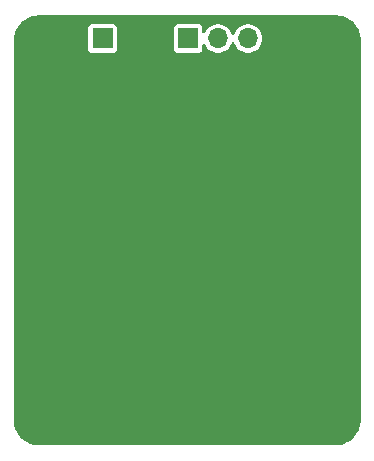
<source format=gbr>
%TF.GenerationSoftware,KiCad,Pcbnew,7.0.5-1.fc38*%
%TF.CreationDate,2023-06-22T15:58:46+02:00*%
%TF.ProjectId,tr_switch,74725f73-7769-4746-9368-2e6b69636164,1*%
%TF.SameCoordinates,Original*%
%TF.FileFunction,Copper,L2,Bot*%
%TF.FilePolarity,Positive*%
%FSLAX46Y46*%
G04 Gerber Fmt 4.6, Leading zero omitted, Abs format (unit mm)*
G04 Created by KiCad (PCBNEW 7.0.5-1.fc38) date 2023-06-22 15:58:46*
%MOMM*%
%LPD*%
G01*
G04 APERTURE LIST*
%TA.AperFunction,ComponentPad*%
%ADD10R,2.030000X2.030000*%
%TD*%
%TA.AperFunction,ComponentPad*%
%ADD11R,1.700000X1.700000*%
%TD*%
%TA.AperFunction,ComponentPad*%
%ADD12O,1.700000X1.700000*%
%TD*%
%TA.AperFunction,SMDPad,CuDef*%
%ADD13R,5.080000X2.420000*%
%TD*%
%TA.AperFunction,SMDPad,CuDef*%
%ADD14R,0.950000X0.460000*%
%TD*%
%TA.AperFunction,ComponentPad*%
%ADD15C,0.970000*%
%TD*%
%TA.AperFunction,ComponentPad*%
%ADD16C,0.700000*%
%TD*%
%TA.AperFunction,ComponentPad*%
%ADD17C,4.400000*%
%TD*%
%TA.AperFunction,SMDPad,CuDef*%
%ADD18R,0.460000X0.950000*%
%TD*%
%TA.AperFunction,SMDPad,CuDef*%
%ADD19R,2.420000X5.080000*%
%TD*%
%TA.AperFunction,ViaPad*%
%ADD20C,0.800000*%
%TD*%
G04 APERTURE END LIST*
D10*
%TO.P,U2,21,GND*%
%TO.N,GND*%
X15000000Y-21500000D03*
%TD*%
D11*
%TO.P,J5,1,Pin_1*%
%TO.N,+5V*%
X15066666Y-2250000D03*
D12*
%TO.P,J5,2,Pin_2*%
%TO.N,Net-(J5-Pin_2)*%
X17606666Y-2250000D03*
%TO.P,J5,3,Pin_3*%
%TO.N,Net-(J5-Pin_3)*%
X20146666Y-2250000D03*
%TO.P,J5,4,Pin_4*%
%TO.N,GND*%
X22686666Y-2250000D03*
%TD*%
D13*
%TO.P,J1,2,Ext*%
%TO.N,GND*%
X2870000Y-17120000D03*
X2870000Y-25880000D03*
D14*
X5860000Y-17120000D03*
X5860000Y-25880000D03*
D15*
X6310000Y-17120000D03*
X6310000Y-25880000D03*
%TD*%
D16*
%TO.P,H2,1,1*%
%TO.N,GND*%
X29140000Y-2510000D03*
X28656726Y-3676726D03*
X28656726Y-1343274D03*
X27490000Y-4160000D03*
D17*
X27490000Y-2510000D03*
D16*
X27490000Y-860000D03*
X26323274Y-3676726D03*
X26323274Y-1343274D03*
X25840000Y-2510000D03*
%TD*%
D12*
%TO.P,J4,2,Pin_2*%
%TO.N,GND*%
X10373333Y-2250000D03*
D11*
%TO.P,J4,1,Pin_1*%
%TO.N,VDD*%
X7833333Y-2250000D03*
%TD*%
D16*
%TO.P,H4,1,1*%
%TO.N,GND*%
X25840000Y-34490000D03*
X26323274Y-33323274D03*
X26323274Y-35656726D03*
X27490000Y-32840000D03*
D17*
X27490000Y-34490000D03*
D16*
X27490000Y-36140000D03*
X28656726Y-33323274D03*
X28656726Y-35656726D03*
X29140000Y-34490000D03*
%TD*%
%TO.P,H3,1,1*%
%TO.N,GND*%
X860000Y-34480000D03*
X1343274Y-33313274D03*
X1343274Y-35646726D03*
X2510000Y-32830000D03*
D17*
X2510000Y-34480000D03*
D16*
X2510000Y-36130000D03*
X3676726Y-33313274D03*
X3676726Y-35646726D03*
X4160000Y-34480000D03*
%TD*%
D15*
%TO.P,J2,2,Ext*%
%TO.N,GND*%
X23690000Y-17120000D03*
X23690000Y-25880000D03*
D14*
X24140000Y-17120000D03*
X24140000Y-25880000D03*
D13*
X27130000Y-17120000D03*
X27130000Y-25880000D03*
%TD*%
D16*
%TO.P,H1,1,1*%
%TO.N,GND*%
X870000Y-2510000D03*
X1353274Y-1343274D03*
X1353274Y-3676726D03*
X2520000Y-860000D03*
D17*
X2520000Y-2510000D03*
D16*
X2520000Y-4160000D03*
X3686726Y-1343274D03*
X3686726Y-3676726D03*
X4170000Y-2510000D03*
%TD*%
D15*
%TO.P,J3,2,Ext*%
%TO.N,GND*%
X19380000Y-30690000D03*
X10620000Y-30690000D03*
D18*
X19380000Y-31140000D03*
X10620000Y-31140000D03*
D19*
X19380000Y-34130000D03*
X10620000Y-34130000D03*
%TD*%
D20*
%TO.N,GND*%
X5000000Y-1000000D03*
X25000000Y-1000000D03*
X1000000Y-7000000D03*
X1000000Y-12500000D03*
X1000000Y-27500000D03*
X7500000Y-36000000D03*
X22500000Y-36000000D03*
X29000000Y-27500000D03*
X29000000Y-12500000D03*
X29000000Y-7500000D03*
X10000000Y-5000000D03*
X25000000Y-36000000D03*
X5000000Y-36000000D03*
X1000000Y-30000000D03*
X29000000Y-30000000D03*
X29000000Y-15000000D03*
X1000000Y-15000000D03*
X1000000Y-10000000D03*
X1000000Y-5000000D03*
X29000000Y-10000000D03*
X29000000Y-5000000D03*
X25000000Y-30000000D03*
X5000000Y-30000000D03*
X10000000Y-25000000D03*
X20000000Y-25000000D03*
X5000000Y-10000000D03*
X5000000Y-15000000D03*
X15000000Y-5000000D03*
X15000000Y-10000000D03*
X20000000Y-15000000D03*
X25000000Y-15000000D03*
X25000000Y-10000000D03*
X25000000Y-5000000D03*
X20000000Y-10000000D03*
X20000000Y-5000000D03*
X12100000Y-20250000D03*
X16300000Y-24450000D03*
X13700000Y-24450000D03*
X12100000Y-22800000D03*
X17900000Y-20200000D03*
X17900000Y-22800000D03*
X20187500Y-23000000D03*
X21375000Y-23000000D03*
X22562500Y-23000000D03*
X19000000Y-23000000D03*
X23400000Y-23400000D03*
X22562500Y-20000000D03*
X21375000Y-20000000D03*
X20187500Y-20000000D03*
X23400000Y-19600000D03*
X19000000Y-20000000D03*
X7437500Y-23000000D03*
X8625000Y-23000000D03*
X9812500Y-23000000D03*
X6600000Y-23400000D03*
X11000000Y-23000000D03*
X9812500Y-20000000D03*
X8625000Y-20000000D03*
X7437500Y-20000000D03*
X11000000Y-20000000D03*
X6600000Y-19600000D03*
X16500000Y-29062500D03*
X16500000Y-27875000D03*
X16500000Y-26687500D03*
X16800000Y-30250000D03*
X16500000Y-25500000D03*
X13500000Y-26687500D03*
X13500000Y-27875000D03*
X13500000Y-29062500D03*
X13500000Y-25500000D03*
X13200000Y-30250000D03*
%TD*%
%TA.AperFunction,Conductor*%
%TO.N,GND*%
G36*
X27501866Y-300613D02*
G01*
X27557200Y-303960D01*
X27761382Y-316310D01*
X27768814Y-317214D01*
X28022693Y-363738D01*
X28029957Y-365529D01*
X28276378Y-442318D01*
X28283371Y-444971D01*
X28518736Y-550899D01*
X28525371Y-554382D01*
X28746245Y-687905D01*
X28752413Y-692162D01*
X28955586Y-851338D01*
X28961186Y-856299D01*
X29143699Y-1038812D01*
X29148661Y-1044413D01*
X29307837Y-1247586D01*
X29312094Y-1253754D01*
X29445617Y-1474628D01*
X29449100Y-1481263D01*
X29555028Y-1716628D01*
X29557686Y-1723634D01*
X29634469Y-1970039D01*
X29636263Y-1977315D01*
X29682785Y-2231185D01*
X29683689Y-2238624D01*
X29699387Y-2498132D01*
X29699500Y-2501877D01*
X29699500Y-34498122D01*
X29699387Y-34501867D01*
X29683689Y-34761375D01*
X29682785Y-34768814D01*
X29636263Y-35022684D01*
X29634469Y-35029960D01*
X29557686Y-35276365D01*
X29555028Y-35283371D01*
X29449100Y-35518736D01*
X29445617Y-35525371D01*
X29312094Y-35746245D01*
X29307837Y-35752413D01*
X29148661Y-35955586D01*
X29143692Y-35961195D01*
X28961195Y-36143692D01*
X28955586Y-36148661D01*
X28752413Y-36307837D01*
X28746245Y-36312094D01*
X28525371Y-36445617D01*
X28518736Y-36449100D01*
X28283371Y-36555028D01*
X28276365Y-36557686D01*
X28029960Y-36634469D01*
X28022684Y-36636263D01*
X27768814Y-36682785D01*
X27761375Y-36683689D01*
X27501867Y-36699387D01*
X27498122Y-36699500D01*
X2501878Y-36699500D01*
X2498133Y-36699387D01*
X2238624Y-36683689D01*
X2231185Y-36682785D01*
X1977315Y-36636263D01*
X1970039Y-36634469D01*
X1797448Y-36580687D01*
X1723630Y-36557684D01*
X1716628Y-36555028D01*
X1481263Y-36449100D01*
X1474628Y-36445617D01*
X1253754Y-36312094D01*
X1247586Y-36307837D01*
X1044413Y-36148661D01*
X1038812Y-36143699D01*
X856299Y-35961186D01*
X851338Y-35955586D01*
X773935Y-35856789D01*
X692161Y-35752411D01*
X687905Y-35746245D01*
X554382Y-35525371D01*
X550899Y-35518736D01*
X444971Y-35283371D01*
X442318Y-35276378D01*
X365529Y-35029957D01*
X363738Y-35022693D01*
X317214Y-34768814D01*
X316310Y-34761375D01*
X300613Y-34501866D01*
X300500Y-34498122D01*
X300500Y-3133824D01*
X6626933Y-3133824D01*
X6634502Y-3185780D01*
X6637026Y-3203102D01*
X6689267Y-3309960D01*
X6689268Y-3309962D01*
X6773370Y-3394064D01*
X6773372Y-3394065D01*
X6880230Y-3446306D01*
X6880231Y-3446306D01*
X6880233Y-3446307D01*
X6949509Y-3456400D01*
X6949515Y-3456400D01*
X8717151Y-3456400D01*
X8717157Y-3456400D01*
X8786433Y-3446307D01*
X8893292Y-3394066D01*
X8893293Y-3394065D01*
X8893295Y-3394064D01*
X8977397Y-3309962D01*
X8977398Y-3309960D01*
X8977398Y-3309959D01*
X8977399Y-3309959D01*
X9029640Y-3203100D01*
X9039733Y-3133824D01*
X13860266Y-3133824D01*
X13867835Y-3185780D01*
X13870359Y-3203102D01*
X13922600Y-3309960D01*
X14006705Y-3394065D01*
X14113563Y-3446306D01*
X14113564Y-3446306D01*
X14113566Y-3446307D01*
X14182842Y-3456400D01*
X14182848Y-3456400D01*
X15950484Y-3456400D01*
X15950490Y-3456400D01*
X16019766Y-3446307D01*
X16126625Y-3394066D01*
X16126626Y-3394065D01*
X16126628Y-3394064D01*
X16210730Y-3309962D01*
X16210731Y-3309960D01*
X16210730Y-3309960D01*
X16210732Y-3309959D01*
X16262973Y-3203100D01*
X16273066Y-3133824D01*
X16273066Y-2805507D01*
X16292751Y-2738468D01*
X16345555Y-2692713D01*
X16414713Y-2682769D01*
X16478269Y-2711794D01*
X16508066Y-2750235D01*
X16576566Y-2887802D01*
X16576571Y-2887810D01*
X16711307Y-3066230D01*
X16876532Y-3216851D01*
X16876534Y-3216853D01*
X17066620Y-3334549D01*
X17066622Y-3334550D01*
X17066624Y-3334551D01*
X17275105Y-3415317D01*
X17494877Y-3456400D01*
X17494879Y-3456400D01*
X17718453Y-3456400D01*
X17718455Y-3456400D01*
X17938227Y-3415317D01*
X18146708Y-3334551D01*
X18336799Y-3216852D01*
X18502026Y-3066228D01*
X18636762Y-2887808D01*
X18736420Y-2687669D01*
X18757399Y-2613933D01*
X18794678Y-2554840D01*
X18857988Y-2525282D01*
X18927227Y-2534644D01*
X18980414Y-2579953D01*
X18995933Y-2613934D01*
X19016912Y-2687671D01*
X19116566Y-2887802D01*
X19116571Y-2887810D01*
X19251307Y-3066230D01*
X19416532Y-3216851D01*
X19416534Y-3216853D01*
X19606620Y-3334549D01*
X19606622Y-3334550D01*
X19606624Y-3334551D01*
X19815105Y-3415317D01*
X20034877Y-3456400D01*
X20034879Y-3456400D01*
X20258453Y-3456400D01*
X20258455Y-3456400D01*
X20478227Y-3415317D01*
X20686708Y-3334551D01*
X20876799Y-3216852D01*
X21042026Y-3066228D01*
X21176762Y-2887808D01*
X21276420Y-2687669D01*
X21337605Y-2472625D01*
X21358234Y-2250000D01*
X21337605Y-2027375D01*
X21276420Y-1812331D01*
X21230468Y-1720047D01*
X21176765Y-1612197D01*
X21176760Y-1612189D01*
X21042024Y-1433769D01*
X20876799Y-1283148D01*
X20876797Y-1283146D01*
X20686711Y-1165450D01*
X20686702Y-1165446D01*
X20530347Y-1104874D01*
X20478227Y-1084683D01*
X20258455Y-1043600D01*
X20034877Y-1043600D01*
X19815105Y-1084683D01*
X19815102Y-1084683D01*
X19815102Y-1084684D01*
X19606629Y-1165446D01*
X19606620Y-1165450D01*
X19416534Y-1283146D01*
X19416532Y-1283148D01*
X19251307Y-1433769D01*
X19116571Y-1612189D01*
X19116566Y-1612197D01*
X19016912Y-1812329D01*
X19016910Y-1812333D01*
X18995931Y-1886067D01*
X18958651Y-1945160D01*
X18895341Y-1974717D01*
X18826102Y-1965355D01*
X18772916Y-1920044D01*
X18757399Y-1886068D01*
X18736420Y-1812331D01*
X18690468Y-1720047D01*
X18636765Y-1612197D01*
X18636760Y-1612189D01*
X18502024Y-1433769D01*
X18336799Y-1283148D01*
X18336797Y-1283146D01*
X18146711Y-1165450D01*
X18146702Y-1165446D01*
X17990347Y-1104874D01*
X17938227Y-1084683D01*
X17718455Y-1043600D01*
X17494877Y-1043600D01*
X17275105Y-1084683D01*
X17275102Y-1084683D01*
X17275102Y-1084684D01*
X17066629Y-1165446D01*
X17066620Y-1165450D01*
X16876534Y-1283146D01*
X16876532Y-1283148D01*
X16711307Y-1433769D01*
X16576571Y-1612189D01*
X16576566Y-1612197D01*
X16508066Y-1749764D01*
X16460563Y-1801001D01*
X16392900Y-1818422D01*
X16326560Y-1796496D01*
X16282605Y-1742185D01*
X16273066Y-1694492D01*
X16273066Y-1366181D01*
X16273066Y-1366180D01*
X16273066Y-1366176D01*
X16262973Y-1296900D01*
X16238864Y-1247586D01*
X16210731Y-1190039D01*
X16126626Y-1105934D01*
X16019768Y-1053693D01*
X16002446Y-1051169D01*
X15950490Y-1043600D01*
X14182842Y-1043600D01*
X14136658Y-1050328D01*
X14113563Y-1053693D01*
X14006705Y-1105934D01*
X14006704Y-1105936D01*
X13922602Y-1190038D01*
X13922600Y-1190039D01*
X13870359Y-1296897D01*
X13870359Y-1296900D01*
X13860266Y-1366176D01*
X13860266Y-3133824D01*
X9039733Y-3133824D01*
X9039733Y-1366176D01*
X9029640Y-1296900D01*
X9005531Y-1247586D01*
X8977398Y-1190039D01*
X8977396Y-1190038D01*
X8893294Y-1105936D01*
X8893293Y-1105934D01*
X8786435Y-1053693D01*
X8769113Y-1051169D01*
X8717157Y-1043600D01*
X6949509Y-1043600D01*
X6903324Y-1050328D01*
X6880230Y-1053693D01*
X6773372Y-1105934D01*
X6773371Y-1105936D01*
X6689269Y-1190038D01*
X6689267Y-1190039D01*
X6637026Y-1296897D01*
X6637026Y-1296900D01*
X6626933Y-1366176D01*
X6626933Y-3133824D01*
X300500Y-3133824D01*
X300500Y-2501876D01*
X300613Y-2498132D01*
X315622Y-2249999D01*
X316311Y-2238615D01*
X317214Y-2231185D01*
X363739Y-1977302D01*
X365530Y-1970039D01*
X373283Y-1945160D01*
X442319Y-1723615D01*
X444971Y-1716628D01*
X550899Y-1481263D01*
X554382Y-1474628D01*
X687905Y-1253754D01*
X692155Y-1247595D01*
X851346Y-1044402D01*
X856291Y-1038821D01*
X1038821Y-856291D01*
X1044402Y-851346D01*
X1247595Y-692155D01*
X1253754Y-687905D01*
X1474628Y-554382D01*
X1481263Y-550899D01*
X1716628Y-444971D01*
X1723615Y-442319D01*
X1970046Y-365528D01*
X1977302Y-363739D01*
X2231186Y-317213D01*
X2238615Y-316311D01*
X2447921Y-303650D01*
X2498134Y-300613D01*
X2501878Y-300500D01*
X2547595Y-300500D01*
X27452405Y-300500D01*
X27498122Y-300500D01*
X27501866Y-300613D01*
G37*
%TD.AperFunction*%
%TD*%
M02*

</source>
